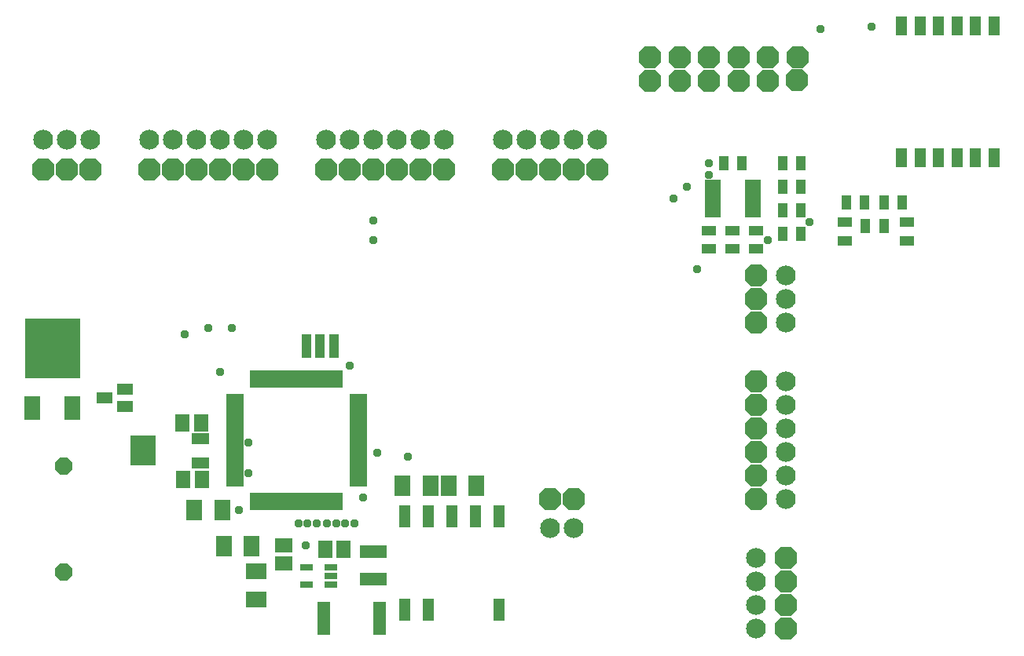
<source format=gbr>
G04 EAGLE Gerber RS-274X export*
G75*
%MOIN*%
%FSLAX24Y24*%
%LPD*%
%INSoldermask Top*%
%IPPOS*%
%AMOC8*
5,1,8,0,0,1.08239X$1,22.5*%
G01*
%ADD10R,0.088740X0.069055*%
%ADD11R,0.069055X0.088740*%
%ADD12R,0.061181X0.072992*%
%ADD13R,0.108425X0.128110*%
%ADD14R,0.072992X0.049370*%
%ADD15R,0.041496X0.104488*%
%ADD16R,0.076000X0.019000*%
%ADD17R,0.019000X0.076000*%
%ADD18R,0.049370X0.092677*%
%ADD19R,0.058031X0.141890*%
%ADD20R,0.116299X0.054094*%
%ADD21R,0.065118X0.049370*%
%ADD22R,0.234000X0.253000*%
%ADD23R,0.065000X0.100000*%
%ADD24P,0.079014X8X292.500000*%
%ADD25R,0.057244X0.031654*%
%ADD26R,0.072992X0.061181*%
%ADD27R,0.065000X0.019000*%
%ADD28R,0.060000X0.041496*%
%ADD29R,0.041496X0.060000*%
%ADD30P,0.102827X8X202.500000*%
%ADD31P,0.102827X8X292.500000*%
%ADD32R,0.050157X0.084409*%
%ADD33C,0.084000*%
%ADD34P,0.102827X8X112.500000*%
%ADD35P,0.102827X8X22.500000*%
%ADD36C,0.037748*%


D10*
X10400Y3621D03*
X10400Y2439D03*
D11*
X9009Y4710D03*
X10191Y4710D03*
X8941Y6240D03*
X7759Y6240D03*
D12*
X7266Y9930D03*
X8054Y9930D03*
X8074Y7540D03*
X7286Y7540D03*
D13*
X5602Y8752D03*
D14*
X8019Y9252D03*
X8019Y8228D03*
D15*
X13100Y13210D03*
X12509Y13210D03*
X13691Y13210D03*
D16*
X9495Y11080D03*
X9495Y10883D03*
X9495Y10686D03*
X9495Y10490D03*
X9495Y10293D03*
X9495Y10096D03*
X9495Y9899D03*
X9495Y9702D03*
X9495Y9505D03*
X9495Y9308D03*
X9495Y9112D03*
X9495Y8915D03*
X9495Y8718D03*
X9495Y8521D03*
X9495Y8324D03*
X9495Y8127D03*
X9495Y7930D03*
X9495Y7734D03*
X9495Y7537D03*
X9495Y7340D03*
D17*
X10230Y6605D03*
X10427Y6605D03*
X10624Y6605D03*
X10820Y6605D03*
X11017Y6605D03*
X11214Y6605D03*
X11411Y6605D03*
X11608Y6605D03*
X11805Y6605D03*
X12002Y6605D03*
X12198Y6605D03*
X12395Y6605D03*
X12592Y6605D03*
X12789Y6605D03*
X12986Y6605D03*
X13183Y6605D03*
X13380Y6605D03*
X13576Y6605D03*
X13773Y6605D03*
X13970Y6605D03*
D16*
X14705Y7340D03*
X14705Y7537D03*
X14705Y7734D03*
X14705Y7930D03*
X14705Y8127D03*
X14705Y8324D03*
X14705Y8521D03*
X14705Y8718D03*
X14705Y8915D03*
X14705Y9112D03*
X14705Y9308D03*
X14705Y9505D03*
X14705Y9702D03*
X14705Y9899D03*
X14705Y10096D03*
X14705Y10293D03*
X14705Y10490D03*
X14705Y10686D03*
X14705Y10883D03*
X14705Y11080D03*
D17*
X13970Y11815D03*
X13773Y11815D03*
X13576Y11815D03*
X13380Y11815D03*
X13183Y11815D03*
X12986Y11815D03*
X12789Y11815D03*
X12592Y11815D03*
X12395Y11815D03*
X12198Y11815D03*
X12002Y11815D03*
X11805Y11815D03*
X11608Y11815D03*
X11411Y11815D03*
X11214Y11815D03*
X11017Y11815D03*
X10820Y11815D03*
X10624Y11815D03*
X10427Y11815D03*
X10230Y11815D03*
D18*
X20700Y5978D03*
X19700Y5978D03*
X17700Y5978D03*
X16700Y5978D03*
X16700Y2002D03*
X17700Y2002D03*
X20700Y2002D03*
X18700Y5978D03*
D11*
X18549Y7250D03*
X19731Y7250D03*
D19*
X15607Y1630D03*
X13253Y1630D03*
D20*
X15340Y3303D03*
X15340Y4477D03*
D21*
X3947Y11000D03*
X4813Y11374D03*
X4813Y10626D03*
D22*
X1750Y13110D03*
D23*
X2600Y10570D03*
X880Y10570D03*
D24*
X2230Y8100D03*
X2230Y3600D03*
D25*
X13552Y3056D03*
X13552Y3430D03*
X13552Y3804D03*
X12528Y3804D03*
X12528Y3056D03*
D12*
X13306Y4570D03*
X14094Y4570D03*
D26*
X11550Y4744D03*
X11550Y3956D03*
D11*
X16589Y7250D03*
X17771Y7250D03*
D27*
X29740Y20150D03*
X29740Y19953D03*
X29740Y19755D03*
X29740Y19559D03*
X29740Y19361D03*
X29740Y19165D03*
X29740Y18968D03*
X29740Y18770D03*
X31460Y18770D03*
X31460Y18968D03*
X31460Y19165D03*
X31460Y19361D03*
X31460Y19559D03*
X31460Y19755D03*
X31460Y19953D03*
X31460Y20150D03*
D28*
X30600Y17316D03*
X30600Y18104D03*
X29600Y17316D03*
X29600Y18104D03*
D29*
X30206Y20960D03*
X30994Y20960D03*
X32706Y19960D03*
X33494Y19960D03*
X32706Y20960D03*
X33494Y20960D03*
X32706Y18960D03*
X33494Y18960D03*
X33494Y17960D03*
X32706Y17960D03*
D28*
X38000Y18454D03*
X38000Y17666D03*
D29*
X36194Y19290D03*
X35406Y19290D03*
X37794Y19300D03*
X37006Y19300D03*
D28*
X31600Y17316D03*
X31600Y18104D03*
X35350Y17666D03*
X35350Y18454D03*
D29*
X36216Y18310D03*
X37004Y18310D03*
D30*
X29600Y24460D03*
X30850Y24460D03*
X28350Y24460D03*
X32100Y24460D03*
X27100Y24460D03*
D31*
X33320Y24500D03*
D32*
X37750Y26813D03*
X38537Y26813D03*
X39325Y26813D03*
X40112Y26813D03*
X40900Y26813D03*
X41687Y26813D03*
X41687Y21187D03*
X40900Y21187D03*
X40112Y21187D03*
X39325Y21187D03*
X38537Y21187D03*
X37750Y21187D03*
D33*
X5850Y21960D03*
X6850Y21960D03*
X7850Y21960D03*
X8850Y21960D03*
X9850Y21960D03*
X10850Y21960D03*
X13350Y21960D03*
X14350Y21960D03*
X15350Y21960D03*
X16350Y21960D03*
X17350Y21960D03*
X18350Y21960D03*
X32850Y11710D03*
X32850Y10710D03*
X32850Y9710D03*
X32850Y8710D03*
X32850Y7710D03*
X32850Y6710D03*
X20850Y21960D03*
X21850Y21960D03*
X22850Y21960D03*
X23850Y21960D03*
X24850Y21960D03*
X23850Y5460D03*
X22850Y5460D03*
X31600Y4210D03*
X31600Y3210D03*
X31600Y2210D03*
X31600Y1210D03*
X3350Y21960D03*
X2350Y21960D03*
X1350Y21960D03*
D31*
X10850Y20710D03*
D34*
X9850Y20710D03*
D31*
X8850Y20710D03*
X7850Y20710D03*
D30*
X6850Y20710D03*
D35*
X5850Y20710D03*
D31*
X18350Y20710D03*
X17350Y20710D03*
X16350Y20710D03*
X15350Y20710D03*
X14350Y20710D03*
X13350Y20710D03*
D30*
X32850Y1210D03*
D34*
X23850Y6710D03*
X22850Y6710D03*
D30*
X32850Y2210D03*
X32850Y3210D03*
X32850Y4210D03*
D35*
X31600Y6710D03*
X31600Y7710D03*
X31600Y8710D03*
X31600Y9710D03*
D30*
X31600Y10710D03*
X31600Y11710D03*
D31*
X24850Y20710D03*
X23850Y20710D03*
X22850Y20710D03*
X21850Y20710D03*
X20850Y20710D03*
D34*
X1350Y20710D03*
X2350Y20710D03*
X3350Y20710D03*
D33*
X32850Y16210D03*
X32850Y15210D03*
X32850Y14210D03*
D34*
X31600Y16210D03*
X31600Y15210D03*
X31600Y14210D03*
D30*
X27100Y25460D03*
X28350Y25460D03*
X29600Y25460D03*
X30850Y25460D03*
X32100Y25460D03*
X33350Y25460D03*
D36*
X9670Y6220D03*
X10060Y9100D03*
X10070Y7790D03*
X14360Y12350D03*
X12490Y4744D03*
X15506Y8666D03*
X12180Y5670D03*
X12958Y5670D03*
X7350Y13710D03*
X8350Y13960D03*
X9350Y13960D03*
X14570Y5660D03*
X14930Y6780D03*
X15350Y17710D03*
X15350Y18519D03*
X16820Y8500D03*
X36500Y26750D03*
X34320Y26680D03*
X33850Y18460D03*
X32100Y17710D03*
X28100Y19460D03*
X29600Y20960D03*
X28659Y19960D03*
X14170Y5670D03*
X13780Y5670D03*
X13380Y5670D03*
X8850Y12110D03*
X12560Y5660D03*
X29600Y20460D03*
X29100Y16460D03*
M02*

</source>
